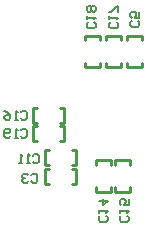
<source format=gbo>
%FSLAX24Y24*%
%MOIN*%
G70*
G01*
G75*
G04 Layer_Color=32896*
%ADD10C,0.0079*%
%ADD11R,0.0300X0.0300*%
%ADD12R,0.0300X0.0300*%
%ADD13R,0.0492X0.0768*%
%ADD14R,0.0276X0.0079*%
%ADD15R,0.1437X0.1437*%
%ADD16R,0.0079X0.0276*%
%ADD17R,0.0236X0.0394*%
%ADD18R,0.1378X0.0846*%
%ADD19R,0.0433X0.0846*%
%ADD20R,0.0433X0.0846*%
%ADD21R,0.0433X0.0236*%
%ADD22R,0.0500X0.0400*%
%ADD23O,0.0512X0.0138*%
%ADD24R,0.0400X0.0500*%
%ADD25R,0.0787X0.0472*%
%ADD26C,0.0118*%
%ADD27R,0.1400X0.0900*%
%ADD28R,0.1140X0.0550*%
%ADD29R,0.1400X0.1550*%
%ADD30C,0.1969*%
%ADD31C,0.1181*%
%ADD32C,0.1575*%
%ADD33O,0.0709X0.0787*%
%ADD34C,0.0600*%
%ADD35O,0.0472X0.0551*%
%ADD36R,0.0709X0.0709*%
%ADD37C,0.0709*%
%ADD38C,0.0236*%
%ADD39C,0.0197*%
%ADD40C,0.0039*%
%ADD41C,0.0098*%
%ADD42C,0.0100*%
%ADD43C,0.0090*%
%ADD44C,0.0050*%
%ADD45R,0.0380X0.0380*%
%ADD46R,0.0380X0.0380*%
%ADD47R,0.0572X0.0848*%
%ADD48R,0.0356X0.0159*%
%ADD49R,0.1517X0.1517*%
%ADD50R,0.0159X0.0356*%
%ADD51R,0.0316X0.0474*%
%ADD52R,0.1458X0.0926*%
%ADD53R,0.0513X0.0926*%
%ADD54R,0.0513X0.0926*%
%ADD55R,0.0513X0.0316*%
%ADD56R,0.0580X0.0480*%
%ADD57O,0.0592X0.0218*%
%ADD58R,0.0480X0.0580*%
%ADD59R,0.0867X0.0552*%
%ADD60C,0.2049*%
%ADD61C,0.1261*%
%ADD62C,0.1655*%
%ADD63O,0.0789X0.0867*%
%ADD64C,0.0680*%
%ADD65O,0.0552X0.0631*%
%ADD66R,0.0789X0.0789*%
%ADD67C,0.0789*%
%ADD68C,0.0316*%
%ADD69C,0.0277*%
D43*
X10000Y8950D02*
X10150D01*
X10000Y8450D02*
X10150D01*
X10150D02*
Y8950D01*
X9100D02*
X9250D01*
X9100Y8450D02*
X9250D01*
X9100D02*
Y8950D01*
X12350Y12350D02*
Y12500D01*
X11850Y12350D02*
Y12500D01*
Y12350D02*
X12350D01*
Y13250D02*
Y13400D01*
X11850Y13250D02*
Y13400D01*
X12350D01*
X10000Y9600D02*
X10150D01*
X10000Y9100D02*
X10150D01*
X10150D02*
Y9600D01*
X9100D02*
X9250D01*
X9100Y9100D02*
X9250D01*
X9100D02*
Y9600D01*
X10800Y9100D02*
Y9250D01*
X11300Y9100D02*
Y9250D01*
X10800Y9250D02*
X11300D01*
X10800Y8200D02*
Y8350D01*
X11300Y8200D02*
Y8350D01*
X10800Y8200D02*
X11300D01*
X11450Y9100D02*
Y9250D01*
X11950Y9100D02*
Y9250D01*
X11450Y9250D02*
X11950D01*
X11450Y8200D02*
Y8350D01*
X11950Y8200D02*
Y8350D01*
X11450Y8200D02*
X11950D01*
X9600Y11000D02*
X9750D01*
X9600Y10500D02*
X9750D01*
X9750D02*
Y11000D01*
X8700D02*
X8850D01*
X8700Y10500D02*
X8850D01*
X8700D02*
Y11000D01*
X11650Y12350D02*
Y12500D01*
X11150Y12350D02*
Y12500D01*
Y12350D02*
X11650D01*
Y13250D02*
Y13400D01*
X11150Y13250D02*
Y13400D01*
X11650D01*
X10950Y12350D02*
Y12500D01*
X10450Y12350D02*
Y12500D01*
Y12350D02*
X10950D01*
Y13250D02*
Y13400D01*
X10450Y13250D02*
Y13400D01*
X10950D01*
X9600Y10400D02*
X9750D01*
X9600Y9900D02*
X9750D01*
X9750D02*
Y10400D01*
X8700D02*
X8850D01*
X8700Y9900D02*
X8850D01*
X8700D02*
Y10400D01*
D44*
X8300Y10250D02*
X8350Y10300D01*
X8450D01*
X8500Y10250D01*
Y10050D01*
X8450Y10000D01*
X8350D01*
X8300Y10050D01*
X8200Y10000D02*
X8100D01*
X8150D01*
Y10300D01*
X8200Y10250D01*
X7950Y10050D02*
X7900Y10000D01*
X7800D01*
X7750Y10050D01*
Y10250D01*
X7800Y10300D01*
X7900D01*
X7950Y10250D01*
Y10200D01*
X7900Y10150D01*
X7750D01*
X10750Y13850D02*
X10800Y13800D01*
Y13700D01*
X10750Y13650D01*
X10550D01*
X10500Y13700D01*
Y13800D01*
X10550Y13850D01*
X10500Y13950D02*
Y14050D01*
Y14000D01*
X10800D01*
X10750Y13950D01*
Y14200D02*
X10800Y14250D01*
Y14350D01*
X10750Y14400D01*
X10700D01*
X10650Y14350D01*
X10600Y14400D01*
X10550D01*
X10500Y14350D01*
Y14250D01*
X10550Y14200D01*
X10600D01*
X10650Y14250D01*
X10700Y14200D01*
X10750D01*
X10650Y14250D02*
Y14350D01*
X11500Y13850D02*
X11550Y13800D01*
Y13700D01*
X11500Y13650D01*
X11300D01*
X11250Y13700D01*
Y13800D01*
X11300Y13850D01*
X11250Y13950D02*
Y14050D01*
Y14000D01*
X11550D01*
X11500Y13950D01*
X11550Y14200D02*
Y14400D01*
X11500D01*
X11300Y14200D01*
X11250D01*
X8300Y10850D02*
X8350Y10900D01*
X8450D01*
X8500Y10850D01*
Y10650D01*
X8450Y10600D01*
X8350D01*
X8300Y10650D01*
X8200Y10600D02*
X8100D01*
X8150D01*
Y10900D01*
X8200Y10850D01*
X7750Y10900D02*
X7850Y10850D01*
X7950Y10750D01*
Y10650D01*
X7900Y10600D01*
X7800D01*
X7750Y10650D01*
Y10700D01*
X7800Y10750D01*
X7950D01*
X11850Y7400D02*
X11900Y7350D01*
Y7250D01*
X11850Y7200D01*
X11650D01*
X11600Y7250D01*
Y7350D01*
X11650Y7400D01*
X11600Y7500D02*
Y7600D01*
Y7550D01*
X11900D01*
X11850Y7500D01*
X11900Y7950D02*
Y7750D01*
X11750D01*
X11800Y7850D01*
Y7900D01*
X11750Y7950D01*
X11650D01*
X11600Y7900D01*
Y7800D01*
X11650Y7750D01*
X11150Y7400D02*
X11200Y7350D01*
Y7250D01*
X11150Y7200D01*
X10950D01*
X10900Y7250D01*
Y7350D01*
X10950Y7400D01*
X10900Y7500D02*
Y7600D01*
Y7550D01*
X11200D01*
X11150Y7500D01*
X10900Y7900D02*
X11200D01*
X11050Y7750D01*
Y7950D01*
X8700Y9400D02*
X8750Y9450D01*
X8850D01*
X8900Y9400D01*
Y9200D01*
X8850Y9150D01*
X8750D01*
X8700Y9200D01*
X8600Y9150D02*
X8500D01*
X8550D01*
Y9450D01*
X8600Y9400D01*
X8350Y9150D02*
X8250D01*
X8300D01*
Y9450D01*
X8350Y9400D01*
X12200Y13900D02*
X12250Y13850D01*
Y13750D01*
X12200Y13700D01*
X12000D01*
X11950Y13750D01*
Y13850D01*
X12000Y13900D01*
X12250Y14200D02*
Y14000D01*
X12100D01*
X12150Y14100D01*
Y14150D01*
X12100Y14200D01*
X12000D01*
X11950Y14150D01*
Y14050D01*
X12000Y14000D01*
X8650Y8750D02*
X8700Y8800D01*
X8800D01*
X8850Y8750D01*
Y8550D01*
X8800Y8500D01*
X8700D01*
X8650Y8550D01*
X8550Y8750D02*
X8500Y8800D01*
X8400D01*
X8350Y8750D01*
Y8700D01*
X8400Y8650D01*
X8450D01*
X8400D01*
X8350Y8600D01*
Y8550D01*
X8400Y8500D01*
X8500D01*
X8550Y8550D01*
M02*

</source>
